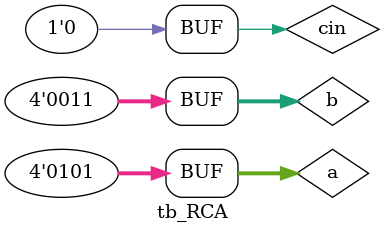
<source format=v>
`timescale 1ns / 1ps


module tb_RCA;
        
        reg [3:0] a,b;
        reg cin;
        wire [3:0] sum, carry;
        
        RCA R(.a(a),.b(b),.cin(cin),.sum(sum),.carry(carry));
        
                initial
                begin
                
                a = 4'b0000;
                b = 4'b0000;
                cin = 0;
               
              #10 a = 4'b0000;
                  b = 4'b0000;
                  cin = 1;
              
              #10 a = 4'b0001;
                  b = 4'b0010;
                  cin = 0;
              
              #10 a = 4'b0001;
                  b = 4'b0010;
                  cin = 1;
                 
              #10 a = 4'b0011;
                  b = 4'b0110;
                  cin = 0;
                 
              #10 a = 4'b0101;
                  b = 4'b0011;
                  cin = 0;  
                 
                 end    
endmodule

</source>
